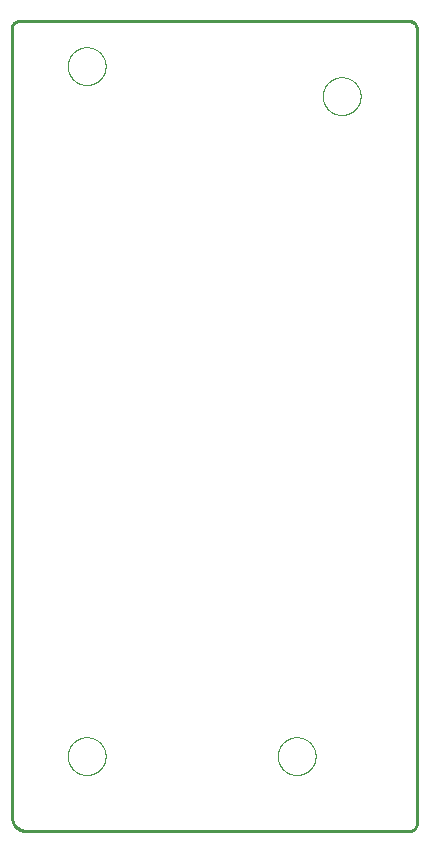
<source format=gko>
G04 EAGLE Gerber RS-274X export*
G75*
%MOMM*%
%FSLAX34Y34*%
%LPD*%
%INDimension*%
%IPPOS*%
%AMOC8*
5,1,8,0,0,1.08239X$1,22.5*%
G01*
%ADD10C,0.000000*%
%ADD11C,0.254000*%


D10*
X12700Y0D02*
X336550Y0D01*
X336708Y2D01*
X336867Y8D01*
X337025Y18D01*
X337182Y32D01*
X337340Y49D01*
X337496Y71D01*
X337653Y96D01*
X337808Y126D01*
X337963Y159D01*
X338117Y196D01*
X338270Y237D01*
X338422Y282D01*
X338572Y331D01*
X338722Y383D01*
X338870Y439D01*
X339017Y499D01*
X339162Y562D01*
X339305Y629D01*
X339447Y699D01*
X339587Y773D01*
X339725Y851D01*
X339861Y932D01*
X339995Y1016D01*
X340127Y1103D01*
X340257Y1194D01*
X340384Y1288D01*
X340509Y1385D01*
X340632Y1486D01*
X340752Y1589D01*
X340869Y1695D01*
X340984Y1804D01*
X341096Y1916D01*
X341205Y2031D01*
X341311Y2148D01*
X341414Y2268D01*
X341515Y2391D01*
X341612Y2516D01*
X341706Y2643D01*
X341797Y2773D01*
X341884Y2905D01*
X341968Y3039D01*
X342049Y3175D01*
X342127Y3313D01*
X342201Y3453D01*
X342271Y3595D01*
X342338Y3738D01*
X342401Y3883D01*
X342461Y4030D01*
X342517Y4178D01*
X342569Y4328D01*
X342618Y4478D01*
X342663Y4630D01*
X342704Y4783D01*
X342741Y4937D01*
X342774Y5092D01*
X342804Y5247D01*
X342829Y5404D01*
X342851Y5560D01*
X342868Y5718D01*
X342882Y5875D01*
X342892Y6033D01*
X342898Y6192D01*
X342900Y6350D01*
X342900Y679450D01*
X342898Y679608D01*
X342892Y679767D01*
X342882Y679925D01*
X342868Y680082D01*
X342851Y680240D01*
X342829Y680396D01*
X342804Y680553D01*
X342774Y680708D01*
X342741Y680863D01*
X342704Y681017D01*
X342663Y681170D01*
X342618Y681322D01*
X342569Y681472D01*
X342517Y681622D01*
X342461Y681770D01*
X342401Y681917D01*
X342338Y682062D01*
X342271Y682205D01*
X342201Y682347D01*
X342127Y682487D01*
X342049Y682625D01*
X341968Y682761D01*
X341884Y682895D01*
X341797Y683027D01*
X341706Y683157D01*
X341612Y683284D01*
X341515Y683409D01*
X341414Y683532D01*
X341311Y683652D01*
X341205Y683769D01*
X341096Y683884D01*
X340984Y683996D01*
X340869Y684105D01*
X340752Y684211D01*
X340632Y684314D01*
X340509Y684415D01*
X340384Y684512D01*
X340257Y684606D01*
X340127Y684697D01*
X339995Y684784D01*
X339861Y684868D01*
X339725Y684949D01*
X339587Y685027D01*
X339447Y685101D01*
X339305Y685171D01*
X339162Y685238D01*
X339017Y685301D01*
X338870Y685361D01*
X338722Y685417D01*
X338572Y685469D01*
X338422Y685518D01*
X338270Y685563D01*
X338117Y685604D01*
X337963Y685641D01*
X337808Y685674D01*
X337653Y685704D01*
X337496Y685729D01*
X337340Y685751D01*
X337182Y685768D01*
X337025Y685782D01*
X336867Y685792D01*
X336708Y685798D01*
X336550Y685800D01*
X6350Y685800D01*
X6192Y685798D01*
X6033Y685792D01*
X5875Y685782D01*
X5718Y685768D01*
X5560Y685751D01*
X5404Y685729D01*
X5247Y685704D01*
X5092Y685674D01*
X4937Y685641D01*
X4783Y685604D01*
X4630Y685563D01*
X4478Y685518D01*
X4328Y685469D01*
X4178Y685417D01*
X4030Y685361D01*
X3883Y685301D01*
X3738Y685238D01*
X3595Y685171D01*
X3453Y685101D01*
X3313Y685027D01*
X3175Y684949D01*
X3039Y684868D01*
X2905Y684784D01*
X2773Y684697D01*
X2643Y684606D01*
X2516Y684512D01*
X2391Y684415D01*
X2268Y684314D01*
X2148Y684211D01*
X2031Y684105D01*
X1916Y683996D01*
X1804Y683884D01*
X1695Y683769D01*
X1589Y683652D01*
X1486Y683532D01*
X1385Y683409D01*
X1288Y683284D01*
X1194Y683157D01*
X1103Y683027D01*
X1016Y682895D01*
X932Y682761D01*
X851Y682625D01*
X773Y682487D01*
X699Y682347D01*
X629Y682205D01*
X562Y682062D01*
X499Y681917D01*
X439Y681770D01*
X383Y681622D01*
X331Y681472D01*
X282Y681322D01*
X237Y681170D01*
X196Y681017D01*
X159Y680863D01*
X126Y680708D01*
X96Y680553D01*
X71Y680396D01*
X49Y680240D01*
X32Y680082D01*
X18Y679925D01*
X8Y679767D01*
X2Y679608D01*
X0Y679450D01*
X0Y12700D01*
X4Y12393D01*
X15Y12086D01*
X33Y11780D01*
X59Y11474D01*
X93Y11169D01*
X133Y10865D01*
X181Y10562D01*
X237Y10260D01*
X299Y9960D01*
X369Y9661D01*
X446Y9364D01*
X530Y9068D01*
X622Y8775D01*
X720Y8485D01*
X825Y8197D01*
X938Y7911D01*
X1057Y7628D01*
X1183Y7348D01*
X1315Y7071D01*
X1455Y6798D01*
X1601Y6528D01*
X1753Y6262D01*
X1912Y5999D01*
X2077Y5740D01*
X2248Y5486D01*
X2425Y5235D01*
X2609Y4989D01*
X2798Y4747D01*
X2993Y4511D01*
X3194Y4278D01*
X3400Y4051D01*
X3612Y3829D01*
X3829Y3612D01*
X4051Y3400D01*
X4278Y3194D01*
X4511Y2993D01*
X4747Y2798D01*
X4989Y2609D01*
X5235Y2425D01*
X5486Y2248D01*
X5740Y2077D01*
X5999Y1912D01*
X6262Y1753D01*
X6528Y1601D01*
X6798Y1455D01*
X7071Y1315D01*
X7348Y1183D01*
X7628Y1057D01*
X7911Y938D01*
X8197Y825D01*
X8485Y720D01*
X8775Y622D01*
X9068Y530D01*
X9364Y446D01*
X9661Y369D01*
X9960Y299D01*
X10260Y237D01*
X10562Y181D01*
X10865Y133D01*
X11169Y93D01*
X11474Y59D01*
X11780Y33D01*
X12086Y15D01*
X12393Y4D01*
X12700Y0D01*
X263400Y622300D02*
X263405Y622693D01*
X263419Y623085D01*
X263443Y623477D01*
X263477Y623868D01*
X263520Y624259D01*
X263573Y624648D01*
X263636Y625035D01*
X263707Y625421D01*
X263789Y625806D01*
X263879Y626188D01*
X263980Y626567D01*
X264089Y626945D01*
X264208Y627319D01*
X264335Y627690D01*
X264472Y628058D01*
X264618Y628423D01*
X264773Y628784D01*
X264936Y629141D01*
X265108Y629494D01*
X265289Y629842D01*
X265479Y630186D01*
X265676Y630526D01*
X265882Y630860D01*
X266096Y631189D01*
X266319Y631513D01*
X266549Y631831D01*
X266786Y632144D01*
X267032Y632450D01*
X267285Y632751D01*
X267545Y633045D01*
X267812Y633333D01*
X268086Y633614D01*
X268367Y633888D01*
X268655Y634155D01*
X268949Y634415D01*
X269250Y634668D01*
X269556Y634914D01*
X269869Y635151D01*
X270187Y635381D01*
X270511Y635604D01*
X270840Y635818D01*
X271174Y636024D01*
X271514Y636221D01*
X271858Y636411D01*
X272206Y636592D01*
X272559Y636764D01*
X272916Y636927D01*
X273277Y637082D01*
X273642Y637228D01*
X274010Y637365D01*
X274381Y637492D01*
X274755Y637611D01*
X275133Y637720D01*
X275512Y637821D01*
X275894Y637911D01*
X276279Y637993D01*
X276665Y638064D01*
X277052Y638127D01*
X277441Y638180D01*
X277832Y638223D01*
X278223Y638257D01*
X278615Y638281D01*
X279007Y638295D01*
X279400Y638300D01*
X279793Y638295D01*
X280185Y638281D01*
X280577Y638257D01*
X280968Y638223D01*
X281359Y638180D01*
X281748Y638127D01*
X282135Y638064D01*
X282521Y637993D01*
X282906Y637911D01*
X283288Y637821D01*
X283667Y637720D01*
X284045Y637611D01*
X284419Y637492D01*
X284790Y637365D01*
X285158Y637228D01*
X285523Y637082D01*
X285884Y636927D01*
X286241Y636764D01*
X286594Y636592D01*
X286942Y636411D01*
X287286Y636221D01*
X287626Y636024D01*
X287960Y635818D01*
X288289Y635604D01*
X288613Y635381D01*
X288931Y635151D01*
X289244Y634914D01*
X289550Y634668D01*
X289851Y634415D01*
X290145Y634155D01*
X290433Y633888D01*
X290714Y633614D01*
X290988Y633333D01*
X291255Y633045D01*
X291515Y632751D01*
X291768Y632450D01*
X292014Y632144D01*
X292251Y631831D01*
X292481Y631513D01*
X292704Y631189D01*
X292918Y630860D01*
X293124Y630526D01*
X293321Y630186D01*
X293511Y629842D01*
X293692Y629494D01*
X293864Y629141D01*
X294027Y628784D01*
X294182Y628423D01*
X294328Y628058D01*
X294465Y627690D01*
X294592Y627319D01*
X294711Y626945D01*
X294820Y626567D01*
X294921Y626188D01*
X295011Y625806D01*
X295093Y625421D01*
X295164Y625035D01*
X295227Y624648D01*
X295280Y624259D01*
X295323Y623868D01*
X295357Y623477D01*
X295381Y623085D01*
X295395Y622693D01*
X295400Y622300D01*
X295395Y621907D01*
X295381Y621515D01*
X295357Y621123D01*
X295323Y620732D01*
X295280Y620341D01*
X295227Y619952D01*
X295164Y619565D01*
X295093Y619179D01*
X295011Y618794D01*
X294921Y618412D01*
X294820Y618033D01*
X294711Y617655D01*
X294592Y617281D01*
X294465Y616910D01*
X294328Y616542D01*
X294182Y616177D01*
X294027Y615816D01*
X293864Y615459D01*
X293692Y615106D01*
X293511Y614758D01*
X293321Y614414D01*
X293124Y614074D01*
X292918Y613740D01*
X292704Y613411D01*
X292481Y613087D01*
X292251Y612769D01*
X292014Y612456D01*
X291768Y612150D01*
X291515Y611849D01*
X291255Y611555D01*
X290988Y611267D01*
X290714Y610986D01*
X290433Y610712D01*
X290145Y610445D01*
X289851Y610185D01*
X289550Y609932D01*
X289244Y609686D01*
X288931Y609449D01*
X288613Y609219D01*
X288289Y608996D01*
X287960Y608782D01*
X287626Y608576D01*
X287286Y608379D01*
X286942Y608189D01*
X286594Y608008D01*
X286241Y607836D01*
X285884Y607673D01*
X285523Y607518D01*
X285158Y607372D01*
X284790Y607235D01*
X284419Y607108D01*
X284045Y606989D01*
X283667Y606880D01*
X283288Y606779D01*
X282906Y606689D01*
X282521Y606607D01*
X282135Y606536D01*
X281748Y606473D01*
X281359Y606420D01*
X280968Y606377D01*
X280577Y606343D01*
X280185Y606319D01*
X279793Y606305D01*
X279400Y606300D01*
X279007Y606305D01*
X278615Y606319D01*
X278223Y606343D01*
X277832Y606377D01*
X277441Y606420D01*
X277052Y606473D01*
X276665Y606536D01*
X276279Y606607D01*
X275894Y606689D01*
X275512Y606779D01*
X275133Y606880D01*
X274755Y606989D01*
X274381Y607108D01*
X274010Y607235D01*
X273642Y607372D01*
X273277Y607518D01*
X272916Y607673D01*
X272559Y607836D01*
X272206Y608008D01*
X271858Y608189D01*
X271514Y608379D01*
X271174Y608576D01*
X270840Y608782D01*
X270511Y608996D01*
X270187Y609219D01*
X269869Y609449D01*
X269556Y609686D01*
X269250Y609932D01*
X268949Y610185D01*
X268655Y610445D01*
X268367Y610712D01*
X268086Y610986D01*
X267812Y611267D01*
X267545Y611555D01*
X267285Y611849D01*
X267032Y612150D01*
X266786Y612456D01*
X266549Y612769D01*
X266319Y613087D01*
X266096Y613411D01*
X265882Y613740D01*
X265676Y614074D01*
X265479Y614414D01*
X265289Y614758D01*
X265108Y615106D01*
X264936Y615459D01*
X264773Y615816D01*
X264618Y616177D01*
X264472Y616542D01*
X264335Y616910D01*
X264208Y617281D01*
X264089Y617655D01*
X263980Y618033D01*
X263879Y618412D01*
X263789Y618794D01*
X263707Y619179D01*
X263636Y619565D01*
X263573Y619952D01*
X263520Y620341D01*
X263477Y620732D01*
X263443Y621123D01*
X263419Y621515D01*
X263405Y621907D01*
X263400Y622300D01*
X47500Y647700D02*
X47505Y648093D01*
X47519Y648485D01*
X47543Y648877D01*
X47577Y649268D01*
X47620Y649659D01*
X47673Y650048D01*
X47736Y650435D01*
X47807Y650821D01*
X47889Y651206D01*
X47979Y651588D01*
X48080Y651967D01*
X48189Y652345D01*
X48308Y652719D01*
X48435Y653090D01*
X48572Y653458D01*
X48718Y653823D01*
X48873Y654184D01*
X49036Y654541D01*
X49208Y654894D01*
X49389Y655242D01*
X49579Y655586D01*
X49776Y655926D01*
X49982Y656260D01*
X50196Y656589D01*
X50419Y656913D01*
X50649Y657231D01*
X50886Y657544D01*
X51132Y657850D01*
X51385Y658151D01*
X51645Y658445D01*
X51912Y658733D01*
X52186Y659014D01*
X52467Y659288D01*
X52755Y659555D01*
X53049Y659815D01*
X53350Y660068D01*
X53656Y660314D01*
X53969Y660551D01*
X54287Y660781D01*
X54611Y661004D01*
X54940Y661218D01*
X55274Y661424D01*
X55614Y661621D01*
X55958Y661811D01*
X56306Y661992D01*
X56659Y662164D01*
X57016Y662327D01*
X57377Y662482D01*
X57742Y662628D01*
X58110Y662765D01*
X58481Y662892D01*
X58855Y663011D01*
X59233Y663120D01*
X59612Y663221D01*
X59994Y663311D01*
X60379Y663393D01*
X60765Y663464D01*
X61152Y663527D01*
X61541Y663580D01*
X61932Y663623D01*
X62323Y663657D01*
X62715Y663681D01*
X63107Y663695D01*
X63500Y663700D01*
X63893Y663695D01*
X64285Y663681D01*
X64677Y663657D01*
X65068Y663623D01*
X65459Y663580D01*
X65848Y663527D01*
X66235Y663464D01*
X66621Y663393D01*
X67006Y663311D01*
X67388Y663221D01*
X67767Y663120D01*
X68145Y663011D01*
X68519Y662892D01*
X68890Y662765D01*
X69258Y662628D01*
X69623Y662482D01*
X69984Y662327D01*
X70341Y662164D01*
X70694Y661992D01*
X71042Y661811D01*
X71386Y661621D01*
X71726Y661424D01*
X72060Y661218D01*
X72389Y661004D01*
X72713Y660781D01*
X73031Y660551D01*
X73344Y660314D01*
X73650Y660068D01*
X73951Y659815D01*
X74245Y659555D01*
X74533Y659288D01*
X74814Y659014D01*
X75088Y658733D01*
X75355Y658445D01*
X75615Y658151D01*
X75868Y657850D01*
X76114Y657544D01*
X76351Y657231D01*
X76581Y656913D01*
X76804Y656589D01*
X77018Y656260D01*
X77224Y655926D01*
X77421Y655586D01*
X77611Y655242D01*
X77792Y654894D01*
X77964Y654541D01*
X78127Y654184D01*
X78282Y653823D01*
X78428Y653458D01*
X78565Y653090D01*
X78692Y652719D01*
X78811Y652345D01*
X78920Y651967D01*
X79021Y651588D01*
X79111Y651206D01*
X79193Y650821D01*
X79264Y650435D01*
X79327Y650048D01*
X79380Y649659D01*
X79423Y649268D01*
X79457Y648877D01*
X79481Y648485D01*
X79495Y648093D01*
X79500Y647700D01*
X79495Y647307D01*
X79481Y646915D01*
X79457Y646523D01*
X79423Y646132D01*
X79380Y645741D01*
X79327Y645352D01*
X79264Y644965D01*
X79193Y644579D01*
X79111Y644194D01*
X79021Y643812D01*
X78920Y643433D01*
X78811Y643055D01*
X78692Y642681D01*
X78565Y642310D01*
X78428Y641942D01*
X78282Y641577D01*
X78127Y641216D01*
X77964Y640859D01*
X77792Y640506D01*
X77611Y640158D01*
X77421Y639814D01*
X77224Y639474D01*
X77018Y639140D01*
X76804Y638811D01*
X76581Y638487D01*
X76351Y638169D01*
X76114Y637856D01*
X75868Y637550D01*
X75615Y637249D01*
X75355Y636955D01*
X75088Y636667D01*
X74814Y636386D01*
X74533Y636112D01*
X74245Y635845D01*
X73951Y635585D01*
X73650Y635332D01*
X73344Y635086D01*
X73031Y634849D01*
X72713Y634619D01*
X72389Y634396D01*
X72060Y634182D01*
X71726Y633976D01*
X71386Y633779D01*
X71042Y633589D01*
X70694Y633408D01*
X70341Y633236D01*
X69984Y633073D01*
X69623Y632918D01*
X69258Y632772D01*
X68890Y632635D01*
X68519Y632508D01*
X68145Y632389D01*
X67767Y632280D01*
X67388Y632179D01*
X67006Y632089D01*
X66621Y632007D01*
X66235Y631936D01*
X65848Y631873D01*
X65459Y631820D01*
X65068Y631777D01*
X64677Y631743D01*
X64285Y631719D01*
X63893Y631705D01*
X63500Y631700D01*
X63107Y631705D01*
X62715Y631719D01*
X62323Y631743D01*
X61932Y631777D01*
X61541Y631820D01*
X61152Y631873D01*
X60765Y631936D01*
X60379Y632007D01*
X59994Y632089D01*
X59612Y632179D01*
X59233Y632280D01*
X58855Y632389D01*
X58481Y632508D01*
X58110Y632635D01*
X57742Y632772D01*
X57377Y632918D01*
X57016Y633073D01*
X56659Y633236D01*
X56306Y633408D01*
X55958Y633589D01*
X55614Y633779D01*
X55274Y633976D01*
X54940Y634182D01*
X54611Y634396D01*
X54287Y634619D01*
X53969Y634849D01*
X53656Y635086D01*
X53350Y635332D01*
X53049Y635585D01*
X52755Y635845D01*
X52467Y636112D01*
X52186Y636386D01*
X51912Y636667D01*
X51645Y636955D01*
X51385Y637249D01*
X51132Y637550D01*
X50886Y637856D01*
X50649Y638169D01*
X50419Y638487D01*
X50196Y638811D01*
X49982Y639140D01*
X49776Y639474D01*
X49579Y639814D01*
X49389Y640158D01*
X49208Y640506D01*
X49036Y640859D01*
X48873Y641216D01*
X48718Y641577D01*
X48572Y641942D01*
X48435Y642310D01*
X48308Y642681D01*
X48189Y643055D01*
X48080Y643433D01*
X47979Y643812D01*
X47889Y644194D01*
X47807Y644579D01*
X47736Y644965D01*
X47673Y645352D01*
X47620Y645741D01*
X47577Y646132D01*
X47543Y646523D01*
X47519Y646915D01*
X47505Y647307D01*
X47500Y647700D01*
X47500Y63500D02*
X47505Y63893D01*
X47519Y64285D01*
X47543Y64677D01*
X47577Y65068D01*
X47620Y65459D01*
X47673Y65848D01*
X47736Y66235D01*
X47807Y66621D01*
X47889Y67006D01*
X47979Y67388D01*
X48080Y67767D01*
X48189Y68145D01*
X48308Y68519D01*
X48435Y68890D01*
X48572Y69258D01*
X48718Y69623D01*
X48873Y69984D01*
X49036Y70341D01*
X49208Y70694D01*
X49389Y71042D01*
X49579Y71386D01*
X49776Y71726D01*
X49982Y72060D01*
X50196Y72389D01*
X50419Y72713D01*
X50649Y73031D01*
X50886Y73344D01*
X51132Y73650D01*
X51385Y73951D01*
X51645Y74245D01*
X51912Y74533D01*
X52186Y74814D01*
X52467Y75088D01*
X52755Y75355D01*
X53049Y75615D01*
X53350Y75868D01*
X53656Y76114D01*
X53969Y76351D01*
X54287Y76581D01*
X54611Y76804D01*
X54940Y77018D01*
X55274Y77224D01*
X55614Y77421D01*
X55958Y77611D01*
X56306Y77792D01*
X56659Y77964D01*
X57016Y78127D01*
X57377Y78282D01*
X57742Y78428D01*
X58110Y78565D01*
X58481Y78692D01*
X58855Y78811D01*
X59233Y78920D01*
X59612Y79021D01*
X59994Y79111D01*
X60379Y79193D01*
X60765Y79264D01*
X61152Y79327D01*
X61541Y79380D01*
X61932Y79423D01*
X62323Y79457D01*
X62715Y79481D01*
X63107Y79495D01*
X63500Y79500D01*
X63893Y79495D01*
X64285Y79481D01*
X64677Y79457D01*
X65068Y79423D01*
X65459Y79380D01*
X65848Y79327D01*
X66235Y79264D01*
X66621Y79193D01*
X67006Y79111D01*
X67388Y79021D01*
X67767Y78920D01*
X68145Y78811D01*
X68519Y78692D01*
X68890Y78565D01*
X69258Y78428D01*
X69623Y78282D01*
X69984Y78127D01*
X70341Y77964D01*
X70694Y77792D01*
X71042Y77611D01*
X71386Y77421D01*
X71726Y77224D01*
X72060Y77018D01*
X72389Y76804D01*
X72713Y76581D01*
X73031Y76351D01*
X73344Y76114D01*
X73650Y75868D01*
X73951Y75615D01*
X74245Y75355D01*
X74533Y75088D01*
X74814Y74814D01*
X75088Y74533D01*
X75355Y74245D01*
X75615Y73951D01*
X75868Y73650D01*
X76114Y73344D01*
X76351Y73031D01*
X76581Y72713D01*
X76804Y72389D01*
X77018Y72060D01*
X77224Y71726D01*
X77421Y71386D01*
X77611Y71042D01*
X77792Y70694D01*
X77964Y70341D01*
X78127Y69984D01*
X78282Y69623D01*
X78428Y69258D01*
X78565Y68890D01*
X78692Y68519D01*
X78811Y68145D01*
X78920Y67767D01*
X79021Y67388D01*
X79111Y67006D01*
X79193Y66621D01*
X79264Y66235D01*
X79327Y65848D01*
X79380Y65459D01*
X79423Y65068D01*
X79457Y64677D01*
X79481Y64285D01*
X79495Y63893D01*
X79500Y63500D01*
X79495Y63107D01*
X79481Y62715D01*
X79457Y62323D01*
X79423Y61932D01*
X79380Y61541D01*
X79327Y61152D01*
X79264Y60765D01*
X79193Y60379D01*
X79111Y59994D01*
X79021Y59612D01*
X78920Y59233D01*
X78811Y58855D01*
X78692Y58481D01*
X78565Y58110D01*
X78428Y57742D01*
X78282Y57377D01*
X78127Y57016D01*
X77964Y56659D01*
X77792Y56306D01*
X77611Y55958D01*
X77421Y55614D01*
X77224Y55274D01*
X77018Y54940D01*
X76804Y54611D01*
X76581Y54287D01*
X76351Y53969D01*
X76114Y53656D01*
X75868Y53350D01*
X75615Y53049D01*
X75355Y52755D01*
X75088Y52467D01*
X74814Y52186D01*
X74533Y51912D01*
X74245Y51645D01*
X73951Y51385D01*
X73650Y51132D01*
X73344Y50886D01*
X73031Y50649D01*
X72713Y50419D01*
X72389Y50196D01*
X72060Y49982D01*
X71726Y49776D01*
X71386Y49579D01*
X71042Y49389D01*
X70694Y49208D01*
X70341Y49036D01*
X69984Y48873D01*
X69623Y48718D01*
X69258Y48572D01*
X68890Y48435D01*
X68519Y48308D01*
X68145Y48189D01*
X67767Y48080D01*
X67388Y47979D01*
X67006Y47889D01*
X66621Y47807D01*
X66235Y47736D01*
X65848Y47673D01*
X65459Y47620D01*
X65068Y47577D01*
X64677Y47543D01*
X64285Y47519D01*
X63893Y47505D01*
X63500Y47500D01*
X63107Y47505D01*
X62715Y47519D01*
X62323Y47543D01*
X61932Y47577D01*
X61541Y47620D01*
X61152Y47673D01*
X60765Y47736D01*
X60379Y47807D01*
X59994Y47889D01*
X59612Y47979D01*
X59233Y48080D01*
X58855Y48189D01*
X58481Y48308D01*
X58110Y48435D01*
X57742Y48572D01*
X57377Y48718D01*
X57016Y48873D01*
X56659Y49036D01*
X56306Y49208D01*
X55958Y49389D01*
X55614Y49579D01*
X55274Y49776D01*
X54940Y49982D01*
X54611Y50196D01*
X54287Y50419D01*
X53969Y50649D01*
X53656Y50886D01*
X53350Y51132D01*
X53049Y51385D01*
X52755Y51645D01*
X52467Y51912D01*
X52186Y52186D01*
X51912Y52467D01*
X51645Y52755D01*
X51385Y53049D01*
X51132Y53350D01*
X50886Y53656D01*
X50649Y53969D01*
X50419Y54287D01*
X50196Y54611D01*
X49982Y54940D01*
X49776Y55274D01*
X49579Y55614D01*
X49389Y55958D01*
X49208Y56306D01*
X49036Y56659D01*
X48873Y57016D01*
X48718Y57377D01*
X48572Y57742D01*
X48435Y58110D01*
X48308Y58481D01*
X48189Y58855D01*
X48080Y59233D01*
X47979Y59612D01*
X47889Y59994D01*
X47807Y60379D01*
X47736Y60765D01*
X47673Y61152D01*
X47620Y61541D01*
X47577Y61932D01*
X47543Y62323D01*
X47519Y62715D01*
X47505Y63107D01*
X47500Y63500D01*
X225300Y63500D02*
X225305Y63893D01*
X225319Y64285D01*
X225343Y64677D01*
X225377Y65068D01*
X225420Y65459D01*
X225473Y65848D01*
X225536Y66235D01*
X225607Y66621D01*
X225689Y67006D01*
X225779Y67388D01*
X225880Y67767D01*
X225989Y68145D01*
X226108Y68519D01*
X226235Y68890D01*
X226372Y69258D01*
X226518Y69623D01*
X226673Y69984D01*
X226836Y70341D01*
X227008Y70694D01*
X227189Y71042D01*
X227379Y71386D01*
X227576Y71726D01*
X227782Y72060D01*
X227996Y72389D01*
X228219Y72713D01*
X228449Y73031D01*
X228686Y73344D01*
X228932Y73650D01*
X229185Y73951D01*
X229445Y74245D01*
X229712Y74533D01*
X229986Y74814D01*
X230267Y75088D01*
X230555Y75355D01*
X230849Y75615D01*
X231150Y75868D01*
X231456Y76114D01*
X231769Y76351D01*
X232087Y76581D01*
X232411Y76804D01*
X232740Y77018D01*
X233074Y77224D01*
X233414Y77421D01*
X233758Y77611D01*
X234106Y77792D01*
X234459Y77964D01*
X234816Y78127D01*
X235177Y78282D01*
X235542Y78428D01*
X235910Y78565D01*
X236281Y78692D01*
X236655Y78811D01*
X237033Y78920D01*
X237412Y79021D01*
X237794Y79111D01*
X238179Y79193D01*
X238565Y79264D01*
X238952Y79327D01*
X239341Y79380D01*
X239732Y79423D01*
X240123Y79457D01*
X240515Y79481D01*
X240907Y79495D01*
X241300Y79500D01*
X241693Y79495D01*
X242085Y79481D01*
X242477Y79457D01*
X242868Y79423D01*
X243259Y79380D01*
X243648Y79327D01*
X244035Y79264D01*
X244421Y79193D01*
X244806Y79111D01*
X245188Y79021D01*
X245567Y78920D01*
X245945Y78811D01*
X246319Y78692D01*
X246690Y78565D01*
X247058Y78428D01*
X247423Y78282D01*
X247784Y78127D01*
X248141Y77964D01*
X248494Y77792D01*
X248842Y77611D01*
X249186Y77421D01*
X249526Y77224D01*
X249860Y77018D01*
X250189Y76804D01*
X250513Y76581D01*
X250831Y76351D01*
X251144Y76114D01*
X251450Y75868D01*
X251751Y75615D01*
X252045Y75355D01*
X252333Y75088D01*
X252614Y74814D01*
X252888Y74533D01*
X253155Y74245D01*
X253415Y73951D01*
X253668Y73650D01*
X253914Y73344D01*
X254151Y73031D01*
X254381Y72713D01*
X254604Y72389D01*
X254818Y72060D01*
X255024Y71726D01*
X255221Y71386D01*
X255411Y71042D01*
X255592Y70694D01*
X255764Y70341D01*
X255927Y69984D01*
X256082Y69623D01*
X256228Y69258D01*
X256365Y68890D01*
X256492Y68519D01*
X256611Y68145D01*
X256720Y67767D01*
X256821Y67388D01*
X256911Y67006D01*
X256993Y66621D01*
X257064Y66235D01*
X257127Y65848D01*
X257180Y65459D01*
X257223Y65068D01*
X257257Y64677D01*
X257281Y64285D01*
X257295Y63893D01*
X257300Y63500D01*
X257295Y63107D01*
X257281Y62715D01*
X257257Y62323D01*
X257223Y61932D01*
X257180Y61541D01*
X257127Y61152D01*
X257064Y60765D01*
X256993Y60379D01*
X256911Y59994D01*
X256821Y59612D01*
X256720Y59233D01*
X256611Y58855D01*
X256492Y58481D01*
X256365Y58110D01*
X256228Y57742D01*
X256082Y57377D01*
X255927Y57016D01*
X255764Y56659D01*
X255592Y56306D01*
X255411Y55958D01*
X255221Y55614D01*
X255024Y55274D01*
X254818Y54940D01*
X254604Y54611D01*
X254381Y54287D01*
X254151Y53969D01*
X253914Y53656D01*
X253668Y53350D01*
X253415Y53049D01*
X253155Y52755D01*
X252888Y52467D01*
X252614Y52186D01*
X252333Y51912D01*
X252045Y51645D01*
X251751Y51385D01*
X251450Y51132D01*
X251144Y50886D01*
X250831Y50649D01*
X250513Y50419D01*
X250189Y50196D01*
X249860Y49982D01*
X249526Y49776D01*
X249186Y49579D01*
X248842Y49389D01*
X248494Y49208D01*
X248141Y49036D01*
X247784Y48873D01*
X247423Y48718D01*
X247058Y48572D01*
X246690Y48435D01*
X246319Y48308D01*
X245945Y48189D01*
X245567Y48080D01*
X245188Y47979D01*
X244806Y47889D01*
X244421Y47807D01*
X244035Y47736D01*
X243648Y47673D01*
X243259Y47620D01*
X242868Y47577D01*
X242477Y47543D01*
X242085Y47519D01*
X241693Y47505D01*
X241300Y47500D01*
X240907Y47505D01*
X240515Y47519D01*
X240123Y47543D01*
X239732Y47577D01*
X239341Y47620D01*
X238952Y47673D01*
X238565Y47736D01*
X238179Y47807D01*
X237794Y47889D01*
X237412Y47979D01*
X237033Y48080D01*
X236655Y48189D01*
X236281Y48308D01*
X235910Y48435D01*
X235542Y48572D01*
X235177Y48718D01*
X234816Y48873D01*
X234459Y49036D01*
X234106Y49208D01*
X233758Y49389D01*
X233414Y49579D01*
X233074Y49776D01*
X232740Y49982D01*
X232411Y50196D01*
X232087Y50419D01*
X231769Y50649D01*
X231456Y50886D01*
X231150Y51132D01*
X230849Y51385D01*
X230555Y51645D01*
X230267Y51912D01*
X229986Y52186D01*
X229712Y52467D01*
X229445Y52755D01*
X229185Y53049D01*
X228932Y53350D01*
X228686Y53656D01*
X228449Y53969D01*
X228219Y54287D01*
X227996Y54611D01*
X227782Y54940D01*
X227576Y55274D01*
X227379Y55614D01*
X227189Y55958D01*
X227008Y56306D01*
X226836Y56659D01*
X226673Y57016D01*
X226518Y57377D01*
X226372Y57742D01*
X226235Y58110D01*
X226108Y58481D01*
X225989Y58855D01*
X225880Y59233D01*
X225779Y59612D01*
X225689Y59994D01*
X225607Y60379D01*
X225536Y60765D01*
X225473Y61152D01*
X225420Y61541D01*
X225377Y61932D01*
X225343Y62323D01*
X225319Y62715D01*
X225305Y63107D01*
X225300Y63500D01*
D11*
X0Y12700D02*
X48Y11593D01*
X193Y10495D01*
X433Y9413D01*
X766Y8356D01*
X1190Y7333D01*
X1701Y6350D01*
X2297Y5416D01*
X2971Y4537D01*
X3720Y3720D01*
X4537Y2971D01*
X5416Y2297D01*
X6350Y1701D01*
X7333Y1190D01*
X8356Y766D01*
X9413Y433D01*
X10495Y193D01*
X11593Y48D01*
X12700Y0D01*
X336550Y0D01*
X337103Y24D01*
X337653Y96D01*
X338194Y216D01*
X338722Y383D01*
X339234Y595D01*
X339725Y851D01*
X340192Y1148D01*
X340632Y1486D01*
X341040Y1860D01*
X341414Y2268D01*
X341752Y2708D01*
X342049Y3175D01*
X342305Y3666D01*
X342517Y4178D01*
X342684Y4707D01*
X342804Y5247D01*
X342876Y5797D01*
X342900Y6350D01*
X342900Y679450D01*
X342876Y680003D01*
X342804Y680553D01*
X342684Y681094D01*
X342517Y681622D01*
X342305Y682134D01*
X342049Y682625D01*
X341752Y683092D01*
X341414Y683532D01*
X341040Y683940D01*
X340632Y684314D01*
X340192Y684652D01*
X339725Y684949D01*
X339234Y685205D01*
X338722Y685417D01*
X338194Y685584D01*
X337653Y685704D01*
X337103Y685776D01*
X336550Y685800D01*
X6350Y685800D01*
X5797Y685776D01*
X5247Y685704D01*
X4707Y685584D01*
X4178Y685417D01*
X3666Y685205D01*
X3175Y684949D01*
X2708Y684652D01*
X2268Y684314D01*
X1860Y683940D01*
X1486Y683532D01*
X1148Y683092D01*
X851Y682625D01*
X595Y682134D01*
X383Y681622D01*
X216Y681094D01*
X96Y680553D01*
X24Y680003D01*
X0Y679450D01*
X0Y12700D01*
M02*

</source>
